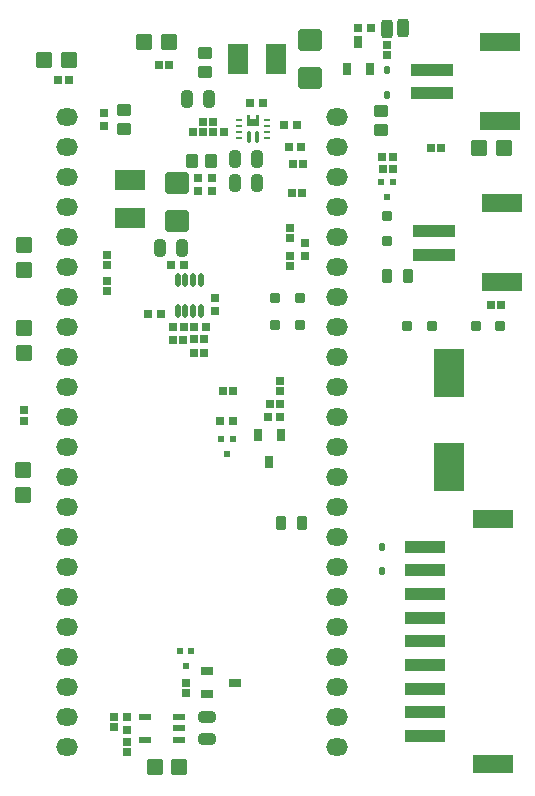
<source format=gts>
G04*
G04 #@! TF.GenerationSoftware,Altium Limited,Altium Designer,24.2.2 (26)*
G04*
G04 Layer_Color=8388736*
%FSLAX25Y25*%
%MOIN*%
G70*
G04*
G04 #@! TF.SameCoordinates,A88BD47F-73B3-49E0-9FBC-4B96E2F328B5*
G04*
G04*
G04 #@! TF.FilePolarity,Negative*
G04*
G01*
G75*
%ADD16R,0.02762X0.02526*%
%ADD17R,0.04331X0.02362*%
%ADD18R,0.13780X0.03937*%
%ADD19R,0.13386X0.05906*%
%ADD20R,0.02526X0.02627*%
%ADD21R,0.14079X0.04236*%
%ADD22R,0.13685X0.06205*%
G04:AMPARAMS|DCode=23|XSize=26.22mil|YSize=20.71mil|CornerRadius=5.93mil|HoleSize=0mil|Usage=FLASHONLY|Rotation=270.000|XOffset=0mil|YOffset=0mil|HoleType=Round|Shape=RoundedRectangle|*
%AMROUNDEDRECTD23*
21,1,0.02622,0.00886,0,0,270.0*
21,1,0.01437,0.02071,0,0,270.0*
1,1,0.01185,-0.00443,-0.00719*
1,1,0.01185,-0.00443,0.00719*
1,1,0.01185,0.00443,0.00719*
1,1,0.01185,0.00443,-0.00719*
%
%ADD23ROUNDEDRECTD23*%
%ADD24R,0.02661X0.03842*%
G04:AMPARAMS|DCode=25|XSize=46.3mil|YSize=42.36mil|CornerRadius=4.45mil|HoleSize=0mil|Usage=FLASHONLY|Rotation=180.000|XOffset=0mil|YOffset=0mil|HoleType=Round|Shape=RoundedRectangle|*
%AMROUNDEDRECTD25*
21,1,0.04630,0.03347,0,0,180.0*
21,1,0.03740,0.04236,0,0,180.0*
1,1,0.00890,-0.01870,0.01673*
1,1,0.00890,0.01870,0.01673*
1,1,0.00890,0.01870,-0.01673*
1,1,0.00890,-0.01870,-0.01673*
%
%ADD25ROUNDEDRECTD25*%
%ADD26R,0.01874X0.02307*%
G04:AMPARAMS|DCode=27|XSize=38.42mil|YSize=58.11mil|CornerRadius=10.35mil|HoleSize=0mil|Usage=FLASHONLY|Rotation=90.000|XOffset=0mil|YOffset=0mil|HoleType=Round|Shape=RoundedRectangle|*
%AMROUNDEDRECTD27*
21,1,0.03842,0.03740,0,0,90.0*
21,1,0.01772,0.05811,0,0,90.0*
1,1,0.02071,0.01870,0.00886*
1,1,0.02071,0.01870,-0.00886*
1,1,0.02071,-0.01870,-0.00886*
1,1,0.02071,-0.01870,0.00886*
%
%ADD27ROUNDEDRECTD27*%
%ADD28R,0.03842X0.02661*%
%ADD29R,0.02526X0.02762*%
G04:AMPARAMS|DCode=30|XSize=54.17mil|YSize=54.17mil|CornerRadius=6.61mil|HoleSize=0mil|Usage=FLASHONLY|Rotation=180.000|XOffset=0mil|YOffset=0mil|HoleType=Round|Shape=RoundedRectangle|*
%AMROUNDEDRECTD30*
21,1,0.05417,0.04095,0,0,180.0*
21,1,0.04095,0.05417,0,0,180.0*
1,1,0.01323,-0.02047,0.02047*
1,1,0.01323,0.02047,0.02047*
1,1,0.01323,0.02047,-0.02047*
1,1,0.01323,-0.02047,-0.02047*
%
%ADD30ROUNDEDRECTD30*%
G04:AMPARAMS|DCode=31|XSize=62.99mil|YSize=37.99mil|CornerRadius=10.25mil|HoleSize=0mil|Usage=FLASHONLY|Rotation=90.000|XOffset=0mil|YOffset=0mil|HoleType=Round|Shape=RoundedRectangle|*
%AMROUNDEDRECTD31*
21,1,0.06299,0.01750,0,0,90.0*
21,1,0.04250,0.03799,0,0,90.0*
1,1,0.02049,0.00875,0.02125*
1,1,0.02049,0.00875,-0.02125*
1,1,0.02049,-0.00875,-0.02125*
1,1,0.02049,-0.00875,0.02125*
%
%ADD31ROUNDEDRECTD31*%
G04:AMPARAMS|DCode=32|XSize=21.65mil|YSize=9.84mil|CornerRadius=1.97mil|HoleSize=0mil|Usage=FLASHONLY|Rotation=0.000|XOffset=0mil|YOffset=0mil|HoleType=Round|Shape=RoundedRectangle|*
%AMROUNDEDRECTD32*
21,1,0.02165,0.00591,0,0,0.0*
21,1,0.01772,0.00984,0,0,0.0*
1,1,0.00394,0.00886,-0.00295*
1,1,0.00394,-0.00886,-0.00295*
1,1,0.00394,-0.00886,0.00295*
1,1,0.00394,0.00886,0.00295*
%
%ADD32ROUNDEDRECTD32*%
%ADD33R,0.06598X0.10142*%
%ADD34R,0.02627X0.02526*%
G04:AMPARAMS|DCode=35|XSize=77.8mil|YSize=71.89mil|CornerRadius=8.39mil|HoleSize=0mil|Usage=FLASHONLY|Rotation=180.000|XOffset=0mil|YOffset=0mil|HoleType=Round|Shape=RoundedRectangle|*
%AMROUNDEDRECTD35*
21,1,0.07780,0.05512,0,0,180.0*
21,1,0.06102,0.07189,0,0,180.0*
1,1,0.01677,-0.03051,0.02756*
1,1,0.01677,0.03051,0.02756*
1,1,0.01677,0.03051,-0.02756*
1,1,0.01677,-0.03051,-0.02756*
%
%ADD35ROUNDEDRECTD35*%
G04:AMPARAMS|DCode=36|XSize=13.78mil|YSize=39.37mil|CornerRadius=2mil|HoleSize=0mil|Usage=FLASHONLY|Rotation=0.000|XOffset=0mil|YOffset=0mil|HoleType=Round|Shape=RoundedRectangle|*
%AMROUNDEDRECTD36*
21,1,0.01378,0.03537,0,0,0.0*
21,1,0.00978,0.03937,0,0,0.0*
1,1,0.00400,0.00489,-0.01769*
1,1,0.00400,-0.00489,-0.01769*
1,1,0.00400,-0.00489,0.01769*
1,1,0.00400,0.00489,0.01769*
%
%ADD36ROUNDEDRECTD36*%
%ADD37C,0.02179*%
G04:AMPARAMS|DCode=38|XSize=38.42mil|YSize=58.11mil|CornerRadius=10.35mil|HoleSize=0mil|Usage=FLASHONLY|Rotation=0.000|XOffset=0mil|YOffset=0mil|HoleType=Round|Shape=RoundedRectangle|*
%AMROUNDEDRECTD38*
21,1,0.03842,0.03740,0,0,0.0*
21,1,0.01772,0.05811,0,0,0.0*
1,1,0.02071,0.00886,-0.01870*
1,1,0.02071,-0.00886,-0.01870*
1,1,0.02071,-0.00886,0.01870*
1,1,0.02071,0.00886,0.01870*
%
%ADD38ROUNDEDRECTD38*%
G04:AMPARAMS|DCode=39|XSize=34.49mil|YSize=34.49mil|CornerRadius=9.37mil|HoleSize=0mil|Usage=FLASHONLY|Rotation=0.000|XOffset=0mil|YOffset=0mil|HoleType=Round|Shape=RoundedRectangle|*
%AMROUNDEDRECTD39*
21,1,0.03449,0.01575,0,0,0.0*
21,1,0.01575,0.03449,0,0,0.0*
1,1,0.01874,0.00787,-0.00787*
1,1,0.01874,-0.00787,-0.00787*
1,1,0.01874,-0.00787,0.00787*
1,1,0.01874,0.00787,0.00787*
%
%ADD39ROUNDEDRECTD39*%
G04:AMPARAMS|DCode=40|XSize=54.17mil|YSize=54.17mil|CornerRadius=6.61mil|HoleSize=0mil|Usage=FLASHONLY|Rotation=270.000|XOffset=0mil|YOffset=0mil|HoleType=Round|Shape=RoundedRectangle|*
%AMROUNDEDRECTD40*
21,1,0.05417,0.04095,0,0,270.0*
21,1,0.04095,0.05417,0,0,270.0*
1,1,0.01323,-0.02047,-0.02047*
1,1,0.01323,-0.02047,0.02047*
1,1,0.01323,0.02047,0.02047*
1,1,0.01323,0.02047,-0.02047*
%
%ADD40ROUNDEDRECTD40*%
G04:AMPARAMS|DCode=41|XSize=46.3mil|YSize=42.36mil|CornerRadius=4.45mil|HoleSize=0mil|Usage=FLASHONLY|Rotation=90.000|XOffset=0mil|YOffset=0mil|HoleType=Round|Shape=RoundedRectangle|*
%AMROUNDEDRECTD41*
21,1,0.04630,0.03347,0,0,90.0*
21,1,0.03740,0.04236,0,0,90.0*
1,1,0.00890,0.01673,0.01870*
1,1,0.00890,0.01673,-0.01870*
1,1,0.00890,-0.01673,-0.01870*
1,1,0.00890,-0.01673,0.01870*
%
%ADD41ROUNDEDRECTD41*%
G04:AMPARAMS|DCode=42|XSize=77.8mil|YSize=71.89mil|CornerRadius=8.39mil|HoleSize=0mil|Usage=FLASHONLY|Rotation=180.000|XOffset=0mil|YOffset=0mil|HoleType=Round|Shape=RoundedRectangle|*
%AMROUNDEDRECTD42*
21,1,0.07780,0.05512,0,0,180.0*
21,1,0.06102,0.07189,0,0,180.0*
1,1,0.01677,-0.03051,0.02756*
1,1,0.01677,0.03051,0.02756*
1,1,0.01677,0.03051,-0.02756*
1,1,0.01677,-0.03051,-0.02756*
%
%ADD42ROUNDEDRECTD42*%
G04:AMPARAMS|DCode=43|XSize=34.49mil|YSize=34.49mil|CornerRadius=9.37mil|HoleSize=0mil|Usage=FLASHONLY|Rotation=90.000|XOffset=0mil|YOffset=0mil|HoleType=Round|Shape=RoundedRectangle|*
%AMROUNDEDRECTD43*
21,1,0.03449,0.01575,0,0,90.0*
21,1,0.01575,0.03449,0,0,90.0*
1,1,0.01874,0.00787,0.00787*
1,1,0.01874,0.00787,-0.00787*
1,1,0.01874,-0.00787,-0.00787*
1,1,0.01874,-0.00787,0.00787*
%
%ADD43ROUNDEDRECTD43*%
%ADD44R,0.10142X0.06598*%
G04:AMPARAMS|DCode=45|XSize=34.49mil|YSize=45.91mil|CornerRadius=3.86mil|HoleSize=0mil|Usage=FLASHONLY|Rotation=180.000|XOffset=0mil|YOffset=0mil|HoleType=Round|Shape=RoundedRectangle|*
%AMROUNDEDRECTD45*
21,1,0.03449,0.03819,0,0,180.0*
21,1,0.02677,0.04591,0,0,180.0*
1,1,0.00772,-0.01339,0.01909*
1,1,0.00772,0.01339,0.01909*
1,1,0.00772,0.01339,-0.01909*
1,1,0.00772,-0.01339,-0.01909*
%
%ADD45ROUNDEDRECTD45*%
%ADD46R,0.10142X0.16047*%
G04:AMPARAMS|DCode=47|XSize=44.33mil|YSize=20.71mil|CornerRadius=5.93mil|HoleSize=0mil|Usage=FLASHONLY|Rotation=270.000|XOffset=0mil|YOffset=0mil|HoleType=Round|Shape=RoundedRectangle|*
%AMROUNDEDRECTD47*
21,1,0.04433,0.00886,0,0,270.0*
21,1,0.03248,0.02071,0,0,270.0*
1,1,0.01185,-0.00443,-0.01624*
1,1,0.01185,-0.00443,0.01624*
1,1,0.01185,0.00443,0.01624*
1,1,0.01185,0.00443,-0.01624*
%
%ADD47ROUNDEDRECTD47*%
%ADD48O,0.07299X0.05799*%
G36*
X258268Y514173D02*
X258307D01*
X258379Y514143D01*
X258435Y514088D01*
X258465Y514015D01*
Y513976D01*
X258465Y510433D01*
X258465Y510394D01*
X258435Y510322D01*
X258379Y510266D01*
X258307Y510236D01*
X258268Y510236D01*
X254724D01*
X254685Y510236D01*
X254613Y510266D01*
X254557Y510322D01*
X254527Y510394D01*
X254527Y510433D01*
X254527Y513976D01*
Y514015D01*
X254557Y514088D01*
X254613Y514143D01*
X254685Y514173D01*
X254724D01*
X255315Y514173D01*
X255315Y514173D01*
X255354Y514173D01*
X255426Y514143D01*
X255482Y514088D01*
X255512Y514015D01*
X255512Y513976D01*
X255512Y512874D01*
Y512874D01*
X255516Y512836D01*
X255545Y512765D01*
X255599Y512710D01*
X255670Y512681D01*
X255709Y512677D01*
X257283D01*
X257283Y512677D01*
X257322Y512681D01*
X257393Y512710D01*
X257447Y512765D01*
X257476Y512836D01*
X257480Y512874D01*
X257480Y513976D01*
Y514015D01*
X257510Y514088D01*
X257566Y514143D01*
X257638Y514173D01*
X257677D01*
X258268Y514173D01*
Y514173D01*
D02*
G37*
D16*
X295792Y543000D02*
D03*
X291500D02*
D03*
X266968Y510630D02*
D03*
X272638Y503346D02*
D03*
X268346D02*
D03*
X265650Y413484D02*
D03*
X261358D02*
D03*
X259804Y517913D02*
D03*
X255512D02*
D03*
X221496Y447835D02*
D03*
X225787D02*
D03*
X271260Y510630D02*
D03*
X229252Y463976D02*
D03*
X233544D02*
D03*
X241004Y443405D02*
D03*
X236713D02*
D03*
X245511Y411909D02*
D03*
X249803D02*
D03*
D17*
X231693Y305807D02*
D03*
Y309547D02*
D03*
Y313287D02*
D03*
X220669D02*
D03*
Y305807D02*
D03*
D18*
X313976Y307087D02*
D03*
Y314961D02*
D03*
Y322835D02*
D03*
Y330709D02*
D03*
Y338583D02*
D03*
Y346457D02*
D03*
Y354331D02*
D03*
Y362205D02*
D03*
Y370079D02*
D03*
D19*
X336614Y297835D02*
D03*
Y379331D02*
D03*
D20*
X234039Y321287D02*
D03*
Y324695D02*
D03*
X301279Y534055D02*
D03*
Y537463D02*
D03*
X210236Y313287D02*
D03*
Y309879D02*
D03*
X214567Y305118D02*
D03*
Y301710D02*
D03*
X268701Y476378D02*
D03*
X207677Y455253D02*
D03*
Y458661D02*
D03*
X268701Y466991D02*
D03*
Y463583D02*
D03*
X265551Y421949D02*
D03*
Y425357D02*
D03*
X180020Y412143D02*
D03*
Y415551D02*
D03*
X207677Y464112D02*
D03*
Y467520D02*
D03*
X268701Y472970D02*
D03*
D21*
X316339Y521260D02*
D03*
Y529134D02*
D03*
X316929Y467520D02*
D03*
Y475394D02*
D03*
D22*
X338976Y512008D02*
D03*
Y538386D02*
D03*
X339567Y458268D02*
D03*
Y484646D02*
D03*
D23*
X301181Y529173D02*
D03*
Y520866D02*
D03*
X299508Y370177D02*
D03*
Y361870D02*
D03*
D24*
X287894Y529331D02*
D03*
X295374D02*
D03*
X291634Y538386D02*
D03*
X265748Y407480D02*
D03*
X258268D02*
D03*
X262008Y398425D02*
D03*
D25*
X299214Y515452D02*
D03*
Y509153D02*
D03*
X213386Y509449D02*
D03*
Y515748D02*
D03*
X240551Y528346D02*
D03*
Y534646D02*
D03*
D26*
X232071Y335362D02*
D03*
X236008D02*
D03*
X234039Y330244D02*
D03*
X301181Y486614D02*
D03*
X303150Y491732D02*
D03*
X299213D02*
D03*
X247835Y400984D02*
D03*
X249803Y406102D02*
D03*
X245866D02*
D03*
D27*
X241240Y313386D02*
D03*
Y305906D02*
D03*
D28*
X241323Y328571D02*
D03*
Y321091D02*
D03*
X250378Y324831D02*
D03*
D29*
X214567Y308996D02*
D03*
Y313287D02*
D03*
X206791Y510472D02*
D03*
Y514764D02*
D03*
X243701Y453012D02*
D03*
Y448721D02*
D03*
X273819Y471319D02*
D03*
Y467028D02*
D03*
X243000Y488622D02*
D03*
Y492913D02*
D03*
X238189Y488583D02*
D03*
Y492874D02*
D03*
D30*
X231988Y296752D02*
D03*
X223721D02*
D03*
X195079Y532283D02*
D03*
X186811D02*
D03*
X331791Y503150D02*
D03*
X340059D02*
D03*
X228543Y538386D02*
D03*
X220276D02*
D03*
D31*
X301181Y542815D02*
D03*
X306496Y542913D02*
D03*
D32*
X261122Y508465D02*
D03*
Y510433D02*
D03*
X251870Y512402D02*
D03*
Y510433D02*
D03*
Y508465D02*
D03*
Y506496D02*
D03*
X261122D02*
D03*
Y512402D02*
D03*
D33*
X264173Y532677D02*
D03*
X251575D02*
D03*
D34*
X272835Y488189D02*
D03*
X315883Y503150D02*
D03*
X319291D02*
D03*
X236356Y508268D02*
D03*
X239764D02*
D03*
X233366Y443504D02*
D03*
X229958D02*
D03*
X299643Y499902D02*
D03*
X303051D02*
D03*
X339173Y450787D02*
D03*
X335765D02*
D03*
X240256Y439272D02*
D03*
X236848D02*
D03*
X249803Y421949D02*
D03*
X246395D02*
D03*
X273093Y497638D02*
D03*
X269685D02*
D03*
X243307Y508268D02*
D03*
X246715D02*
D03*
X243172Y511811D02*
D03*
X239764D02*
D03*
X299742Y496063D02*
D03*
X303150D02*
D03*
X195042Y525689D02*
D03*
X191634D02*
D03*
X240318Y434744D02*
D03*
X236910D02*
D03*
X228506Y530709D02*
D03*
X225098D02*
D03*
X229761Y439173D02*
D03*
X233169D02*
D03*
X265551Y417717D02*
D03*
X262143D02*
D03*
X269427Y488189D02*
D03*
D35*
X275590Y538976D02*
D03*
D36*
X255118Y506693D02*
D03*
X257874D02*
D03*
D37*
X257234Y511467D02*
D03*
D38*
X232972Y469783D02*
D03*
X225492D02*
D03*
X250394Y499213D02*
D03*
X257874D02*
D03*
X234449Y519390D02*
D03*
X241929D02*
D03*
X250394Y491339D02*
D03*
X257874D02*
D03*
D39*
X338998Y443723D02*
D03*
X330691D02*
D03*
X307716Y443602D02*
D03*
X316024D02*
D03*
X272047Y443996D02*
D03*
X263740D02*
D03*
X263864Y453051D02*
D03*
X272171D02*
D03*
D40*
X180118Y442913D02*
D03*
Y434646D02*
D03*
Y470669D02*
D03*
Y462402D02*
D03*
X179823Y395669D02*
D03*
Y387402D02*
D03*
D41*
X236220Y498818D02*
D03*
X242519D02*
D03*
D42*
X231102Y478642D02*
D03*
Y491240D02*
D03*
X275590Y526378D02*
D03*
D43*
X301181Y480354D02*
D03*
Y472047D02*
D03*
D44*
X215354Y479823D02*
D03*
Y492421D02*
D03*
D45*
X265866Y378051D02*
D03*
X272716D02*
D03*
X301299Y460236D02*
D03*
X308150D02*
D03*
D46*
X321850Y428150D02*
D03*
Y396654D02*
D03*
D47*
X231398Y458957D02*
D03*
X239075Y448721D02*
D03*
Y458957D02*
D03*
X236516Y448721D02*
D03*
Y458957D02*
D03*
X233957Y448721D02*
D03*
Y458957D02*
D03*
X231398Y448721D02*
D03*
D48*
X194646Y313386D02*
D03*
Y493386D02*
D03*
X284646Y503386D02*
D03*
Y493386D02*
D03*
Y483386D02*
D03*
Y473386D02*
D03*
Y463386D02*
D03*
Y453386D02*
D03*
Y443386D02*
D03*
Y433386D02*
D03*
Y423386D02*
D03*
Y413386D02*
D03*
Y403386D02*
D03*
Y393386D02*
D03*
Y383386D02*
D03*
Y373386D02*
D03*
Y363386D02*
D03*
Y353386D02*
D03*
Y343386D02*
D03*
Y333386D02*
D03*
Y323386D02*
D03*
X194646Y443386D02*
D03*
Y433386D02*
D03*
Y423386D02*
D03*
Y413386D02*
D03*
Y403386D02*
D03*
Y393386D02*
D03*
X284646Y513386D02*
D03*
Y313386D02*
D03*
Y303386D02*
D03*
X194646Y513386D02*
D03*
Y503386D02*
D03*
Y483386D02*
D03*
Y473386D02*
D03*
Y463386D02*
D03*
Y453386D02*
D03*
Y383386D02*
D03*
Y373386D02*
D03*
Y363386D02*
D03*
Y353386D02*
D03*
Y343386D02*
D03*
Y333386D02*
D03*
Y323386D02*
D03*
Y303386D02*
D03*
M02*

</source>
